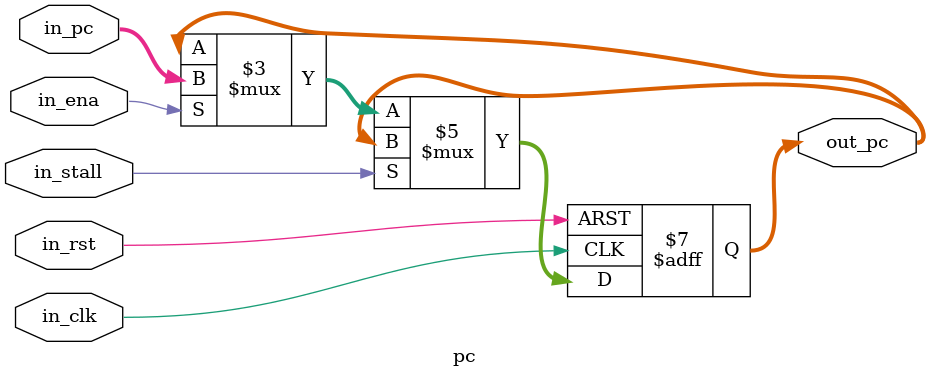
<source format=v>
`timescale 1ns / 1ps

module pc(
    input               in_clk,
    input               in_rst,
    input               in_ena,
    input               in_stall,
    input  [31:0]       in_pc,
    output reg [31:0]   out_pc
    );

    always@(posedge in_clk or posedge in_rst)
    begin
        if(in_rst) 
            out_pc <= 32'h00400000;
        else if(~in_stall) 
        begin
            if(in_ena) 
                out_pc <= in_pc;
        end
    end

endmodule
</source>
